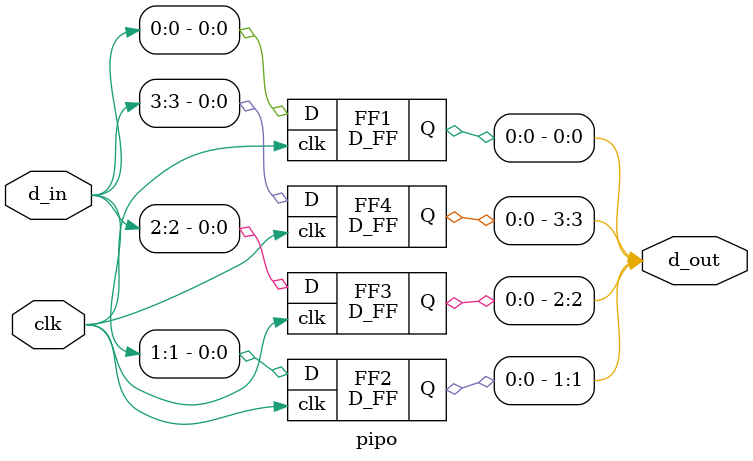
<source format=v>
module D_FF(D,clk,Q);
    input D,clk;       
    output reg Q; 
    always @(posedge clk) begin
        Q = D;
    end
endmodule

module pipo(clk,d_in,d_out);
  input clk;
  input [3:0]d_in;   
  output [3:0]d_out;   	
  D_FF FF1(.D(d_in[0]),.clk(clk),.Q(d_out[0]));
  D_FF FF2(.D(d_in[1]),.clk(clk),.Q(d_out[1]));
  D_FF FF3(.D(d_in[2]),.clk(clk),.Q(d_out[2]));
  D_FF FF4(.D(d_in[3]),.clk(clk),.Q(d_out[3]));
 
endmodule

</source>
